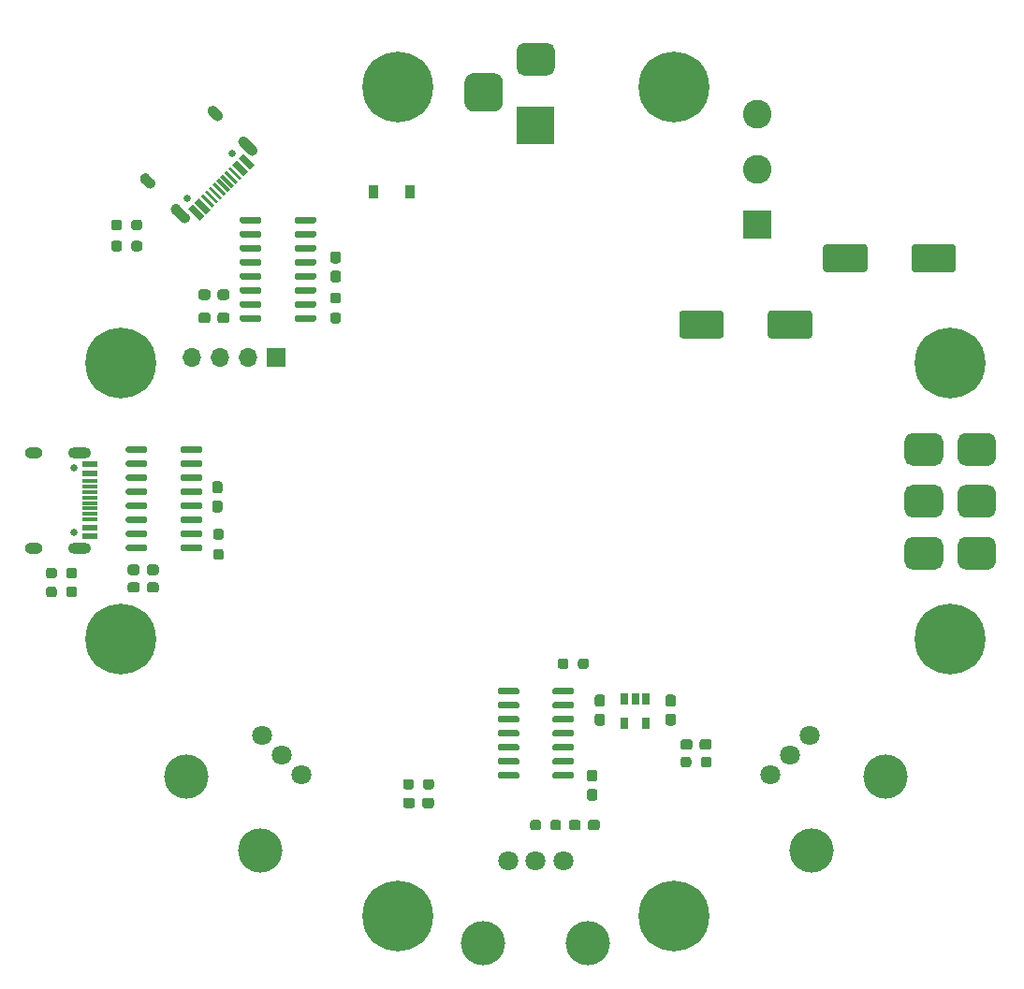
<source format=gbr>
%TF.GenerationSoftware,KiCad,Pcbnew,5.1.9+dfsg1-1+deb11u1*%
%TF.CreationDate,2023-04-08T12:53:26+02:00*%
%TF.ProjectId,base,62617365-2e6b-4696-9361-645f70636258,rev?*%
%TF.SameCoordinates,Original*%
%TF.FileFunction,Soldermask,Top*%
%TF.FilePolarity,Negative*%
%FSLAX46Y46*%
G04 Gerber Fmt 4.6, Leading zero omitted, Abs format (unit mm)*
G04 Created by KiCad (PCBNEW 5.1.9+dfsg1-1+deb11u1) date 2023-04-08 12:53:26*
%MOMM*%
%LPD*%
G01*
G04 APERTURE LIST*
%ADD10C,2.600000*%
%ADD11R,2.600000X2.600000*%
%ADD12R,1.700000X1.700000*%
%ADD13O,1.700000X1.700000*%
%ADD14R,3.500000X3.500000*%
%ADD15C,0.800000*%
%ADD16C,6.400000*%
%ADD17C,4.000000*%
%ADD18C,1.800000*%
%ADD19R,0.900000X1.200000*%
%ADD20C,0.650000*%
%ADD21C,0.100000*%
%ADD22R,0.650000X1.060000*%
%ADD23O,1.600000X1.000000*%
%ADD24O,2.100000X1.000000*%
%ADD25R,1.450000X0.300000*%
%ADD26R,1.450000X0.600000*%
G04 APERTURE END LIST*
D10*
%TO.C,J3*%
X20000000Y35000000D03*
X20000000Y30000000D03*
D11*
X20000000Y25000000D03*
%TD*%
D12*
%TO.C,J5*%
X-23500000Y13000000D03*
D13*
X-26040000Y13000000D03*
X-28580000Y13000000D03*
X-31120000Y13000000D03*
%TD*%
%TO.C,R4*%
G36*
G01*
X-17862500Y16100000D02*
X-18337500Y16100000D01*
G75*
G02*
X-18575000Y16337500I0J237500D01*
G01*
X-18575000Y16837500D01*
G75*
G02*
X-18337500Y17075000I237500J0D01*
G01*
X-17862500Y17075000D01*
G75*
G02*
X-17625000Y16837500I0J-237500D01*
G01*
X-17625000Y16337500D01*
G75*
G02*
X-17862500Y16100000I-237500J0D01*
G01*
G37*
G36*
G01*
X-17862500Y17925000D02*
X-18337500Y17925000D01*
G75*
G02*
X-18575000Y18162500I0J237500D01*
G01*
X-18575000Y18662500D01*
G75*
G02*
X-18337500Y18900000I237500J0D01*
G01*
X-17862500Y18900000D01*
G75*
G02*
X-17625000Y18662500I0J-237500D01*
G01*
X-17625000Y18162500D01*
G75*
G02*
X-17862500Y17925000I-237500J0D01*
G01*
G37*
%TD*%
D14*
%TO.C,J2*%
X0Y34000000D03*
G36*
G01*
X-1000000Y41500000D02*
X1000000Y41500000D01*
G75*
G02*
X1750000Y40750000I0J-750000D01*
G01*
X1750000Y39250000D01*
G75*
G02*
X1000000Y38500000I-750000J0D01*
G01*
X-1000000Y38500000D01*
G75*
G02*
X-1750000Y39250000I0J750000D01*
G01*
X-1750000Y40750000D01*
G75*
G02*
X-1000000Y41500000I750000J0D01*
G01*
G37*
G36*
G01*
X-5575000Y38750000D02*
X-3825000Y38750000D01*
G75*
G02*
X-2950000Y37875000I0J-875000D01*
G01*
X-2950000Y36125000D01*
G75*
G02*
X-3825000Y35250000I-875000J0D01*
G01*
X-5575000Y35250000D01*
G75*
G02*
X-6450000Y36125000I0J875000D01*
G01*
X-6450000Y37875000D01*
G75*
G02*
X-5575000Y38750000I875000J0D01*
G01*
G37*
%TD*%
D15*
%TO.C,REF\u002A\u002A*%
X39197056Y-10802944D03*
X37500000Y-10100000D03*
X35802944Y-10802944D03*
X35100000Y-12500000D03*
X35802944Y-14197056D03*
X37500000Y-14900000D03*
X39197056Y-14197056D03*
X39900000Y-12500000D03*
D16*
X37500000Y-12500000D03*
%TD*%
D15*
%TO.C,REF\u002A\u002A*%
X-10802944Y-35802944D03*
X-12500000Y-35100000D03*
X-14197056Y-35802944D03*
X-14900000Y-37500000D03*
X-14197056Y-39197056D03*
X-12500000Y-39900000D03*
X-10802944Y-39197056D03*
X-10100000Y-37500000D03*
D16*
X-12500000Y-37500000D03*
%TD*%
D15*
%TO.C,REF\u002A\u002A*%
X-10802944Y39197056D03*
X-12500000Y39900000D03*
X-14197056Y39197056D03*
X-14900000Y37500000D03*
X-14197056Y35802944D03*
X-12500000Y35100000D03*
X-10802944Y35802944D03*
X-10100000Y37500000D03*
D16*
X-12500000Y37500000D03*
%TD*%
D15*
%TO.C,REF\u002A\u002A*%
X14197056Y39197056D03*
X12500000Y39900000D03*
X10802944Y39197056D03*
X10100000Y37500000D03*
X10802944Y35802944D03*
X12500000Y35100000D03*
X14197056Y35802944D03*
X14900000Y37500000D03*
D16*
X12500000Y37500000D03*
%TD*%
D15*
%TO.C,REF\u002A\u002A*%
X14197056Y-35802944D03*
X12500000Y-35100000D03*
X10802944Y-35802944D03*
X10100000Y-37500000D03*
X10802944Y-39197056D03*
X12500000Y-39900000D03*
X14197056Y-39197056D03*
X14900000Y-37500000D03*
D16*
X12500000Y-37500000D03*
%TD*%
D15*
%TO.C,REF\u002A\u002A*%
X-35802944Y-10802944D03*
X-37500000Y-10100000D03*
X-39197056Y-10802944D03*
X-39900000Y-12500000D03*
X-39197056Y-14197056D03*
X-37500000Y-14900000D03*
X-35802944Y-14197056D03*
X-35100000Y-12500000D03*
D16*
X-37500000Y-12500000D03*
%TD*%
D15*
%TO.C,REF\u002A\u002A*%
X39197056Y14197056D03*
X37500000Y14900000D03*
X35802944Y14197056D03*
X35100000Y12500000D03*
X35802944Y10802944D03*
X37500000Y10100000D03*
X39197056Y10802944D03*
X39900000Y12500000D03*
D16*
X37500000Y12500000D03*
%TD*%
D15*
%TO.C,REF\u002A\u002A*%
X-35802944Y14197056D03*
X-37500000Y14900000D03*
X-39197056Y14197056D03*
X-39900000Y12500000D03*
X-39197056Y10802944D03*
X-37500000Y10100000D03*
X-35802944Y10802944D03*
X-35100000Y12500000D03*
D16*
X-37500000Y12500000D03*
%TD*%
D17*
%TO.C,RV3*%
X24925514Y-31643028D03*
X31643028Y-24925514D03*
D18*
X21213203Y-24748737D03*
X22980970Y-22980970D03*
X24748737Y-21213203D03*
%TD*%
D17*
%TO.C,RV2*%
X-4750000Y-40000000D03*
X4750000Y-40000000D03*
D18*
X-2500000Y-32500000D03*
X0Y-32500000D03*
X2500000Y-32500000D03*
%TD*%
D17*
%TO.C,RV1*%
X-31643028Y-24925514D03*
X-24925514Y-31643028D03*
D18*
X-24748737Y-21213203D03*
X-22980970Y-22980970D03*
X-21213203Y-24748737D03*
%TD*%
%TO.C,C4*%
G36*
G01*
X12437500Y-18575000D02*
X11962500Y-18575000D01*
G75*
G02*
X11725000Y-18337500I0J237500D01*
G01*
X11725000Y-17737500D01*
G75*
G02*
X11962500Y-17500000I237500J0D01*
G01*
X12437500Y-17500000D01*
G75*
G02*
X12675000Y-17737500I0J-237500D01*
G01*
X12675000Y-18337500D01*
G75*
G02*
X12437500Y-18575000I-237500J0D01*
G01*
G37*
G36*
G01*
X12437500Y-20300000D02*
X11962500Y-20300000D01*
G75*
G02*
X11725000Y-20062500I0J237500D01*
G01*
X11725000Y-19462500D01*
G75*
G02*
X11962500Y-19225000I237500J0D01*
G01*
X12437500Y-19225000D01*
G75*
G02*
X12675000Y-19462500I0J-237500D01*
G01*
X12675000Y-20062500D01*
G75*
G02*
X12437500Y-20300000I-237500J0D01*
G01*
G37*
%TD*%
%TO.C,C5*%
G36*
G01*
X4862500Y-26025000D02*
X5337500Y-26025000D01*
G75*
G02*
X5575000Y-26262500I0J-237500D01*
G01*
X5575000Y-26862500D01*
G75*
G02*
X5337500Y-27100000I-237500J0D01*
G01*
X4862500Y-27100000D01*
G75*
G02*
X4625000Y-26862500I0J237500D01*
G01*
X4625000Y-26262500D01*
G75*
G02*
X4862500Y-26025000I237500J0D01*
G01*
G37*
G36*
G01*
X4862500Y-24300000D02*
X5337500Y-24300000D01*
G75*
G02*
X5575000Y-24537500I0J-237500D01*
G01*
X5575000Y-25137500D01*
G75*
G02*
X5337500Y-25375000I-237500J0D01*
G01*
X4862500Y-25375000D01*
G75*
G02*
X4625000Y-25137500I0J237500D01*
G01*
X4625000Y-24537500D01*
G75*
G02*
X4862500Y-24300000I237500J0D01*
G01*
G37*
%TD*%
%TO.C,C6*%
G36*
G01*
X-27700000Y18937500D02*
X-27700000Y18462500D01*
G75*
G02*
X-27937500Y18225000I-237500J0D01*
G01*
X-28537500Y18225000D01*
G75*
G02*
X-28775000Y18462500I0J237500D01*
G01*
X-28775000Y18937500D01*
G75*
G02*
X-28537500Y19175000I237500J0D01*
G01*
X-27937500Y19175000D01*
G75*
G02*
X-27700000Y18937500I0J-237500D01*
G01*
G37*
G36*
G01*
X-29425000Y18937500D02*
X-29425000Y18462500D01*
G75*
G02*
X-29662500Y18225000I-237500J0D01*
G01*
X-30262500Y18225000D01*
G75*
G02*
X-30500000Y18462500I0J237500D01*
G01*
X-30500000Y18937500D01*
G75*
G02*
X-30262500Y19175000I237500J0D01*
G01*
X-29662500Y19175000D01*
G75*
G02*
X-29425000Y18937500I0J-237500D01*
G01*
G37*
%TD*%
%TO.C,C7*%
G36*
G01*
X-29425000Y16837500D02*
X-29425000Y16362500D01*
G75*
G02*
X-29662500Y16125000I-237500J0D01*
G01*
X-30262500Y16125000D01*
G75*
G02*
X-30500000Y16362500I0J237500D01*
G01*
X-30500000Y16837500D01*
G75*
G02*
X-30262500Y17075000I237500J0D01*
G01*
X-29662500Y17075000D01*
G75*
G02*
X-29425000Y16837500I0J-237500D01*
G01*
G37*
G36*
G01*
X-27700000Y16837500D02*
X-27700000Y16362500D01*
G75*
G02*
X-27937500Y16125000I-237500J0D01*
G01*
X-28537500Y16125000D01*
G75*
G02*
X-28775000Y16362500I0J237500D01*
G01*
X-28775000Y16837500D01*
G75*
G02*
X-28537500Y17075000I237500J0D01*
G01*
X-27937500Y17075000D01*
G75*
G02*
X-27700000Y16837500I0J-237500D01*
G01*
G37*
%TD*%
%TO.C,C8*%
G36*
G01*
X-17862500Y19800000D02*
X-18337500Y19800000D01*
G75*
G02*
X-18575000Y20037500I0J237500D01*
G01*
X-18575000Y20637500D01*
G75*
G02*
X-18337500Y20875000I237500J0D01*
G01*
X-17862500Y20875000D01*
G75*
G02*
X-17625000Y20637500I0J-237500D01*
G01*
X-17625000Y20037500D01*
G75*
G02*
X-17862500Y19800000I-237500J0D01*
G01*
G37*
G36*
G01*
X-17862500Y21525000D02*
X-18337500Y21525000D01*
G75*
G02*
X-18575000Y21762500I0J237500D01*
G01*
X-18575000Y22362500D01*
G75*
G02*
X-18337500Y22600000I237500J0D01*
G01*
X-17862500Y22600000D01*
G75*
G02*
X-17625000Y22362500I0J-237500D01*
G01*
X-17625000Y21762500D01*
G75*
G02*
X-17862500Y21525000I-237500J0D01*
G01*
G37*
%TD*%
%TO.C,C9*%
G36*
G01*
X-9200000Y-27062500D02*
X-9200000Y-27537500D01*
G75*
G02*
X-9437500Y-27775000I-237500J0D01*
G01*
X-10037500Y-27775000D01*
G75*
G02*
X-10275000Y-27537500I0J237500D01*
G01*
X-10275000Y-27062500D01*
G75*
G02*
X-10037500Y-26825000I237500J0D01*
G01*
X-9437500Y-26825000D01*
G75*
G02*
X-9200000Y-27062500I0J-237500D01*
G01*
G37*
G36*
G01*
X-10925000Y-27062500D02*
X-10925000Y-27537500D01*
G75*
G02*
X-11162500Y-27775000I-237500J0D01*
G01*
X-11762500Y-27775000D01*
G75*
G02*
X-12000000Y-27537500I0J237500D01*
G01*
X-12000000Y-27062500D01*
G75*
G02*
X-11762500Y-26825000I237500J0D01*
G01*
X-11162500Y-26825000D01*
G75*
G02*
X-10925000Y-27062500I0J-237500D01*
G01*
G37*
%TD*%
%TO.C,C10*%
G36*
G01*
X4725000Y-29537500D02*
X4725000Y-29062500D01*
G75*
G02*
X4962500Y-28825000I237500J0D01*
G01*
X5562500Y-28825000D01*
G75*
G02*
X5800000Y-29062500I0J-237500D01*
G01*
X5800000Y-29537500D01*
G75*
G02*
X5562500Y-29775000I-237500J0D01*
G01*
X4962500Y-29775000D01*
G75*
G02*
X4725000Y-29537500I0J237500D01*
G01*
G37*
G36*
G01*
X3000000Y-29537500D02*
X3000000Y-29062500D01*
G75*
G02*
X3237500Y-28825000I237500J0D01*
G01*
X3837500Y-28825000D01*
G75*
G02*
X4075000Y-29062500I0J-237500D01*
G01*
X4075000Y-29537500D01*
G75*
G02*
X3837500Y-29775000I-237500J0D01*
G01*
X3237500Y-29775000D01*
G75*
G02*
X3000000Y-29537500I0J237500D01*
G01*
G37*
%TD*%
%TO.C,C11*%
G36*
G01*
X13100000Y-22237500D02*
X13100000Y-21762500D01*
G75*
G02*
X13337500Y-21525000I237500J0D01*
G01*
X13937500Y-21525000D01*
G75*
G02*
X14175000Y-21762500I0J-237500D01*
G01*
X14175000Y-22237500D01*
G75*
G02*
X13937500Y-22475000I-237500J0D01*
G01*
X13337500Y-22475000D01*
G75*
G02*
X13100000Y-22237500I0J237500D01*
G01*
G37*
G36*
G01*
X14825000Y-22237500D02*
X14825000Y-21762500D01*
G75*
G02*
X15062500Y-21525000I237500J0D01*
G01*
X15662500Y-21525000D01*
G75*
G02*
X15900000Y-21762500I0J-237500D01*
G01*
X15900000Y-22237500D01*
G75*
G02*
X15662500Y-22475000I-237500J0D01*
G01*
X15062500Y-22475000D01*
G75*
G02*
X14825000Y-22237500I0J237500D01*
G01*
G37*
%TD*%
D19*
%TO.C,D1*%
X-11350000Y28000000D03*
X-14650000Y28000000D03*
%TD*%
%TO.C,J1*%
G36*
G01*
X-34955742Y29553446D02*
X-34531478Y29129182D01*
G75*
G02*
X-34531478Y28422076I-353553J-353553D01*
G01*
X-34531478Y28422076D01*
G75*
G02*
X-35238584Y28422076I-353553J353553D01*
G01*
X-35662848Y28846340D01*
G75*
G02*
X-35662848Y29553446I353553J353553D01*
G01*
X-35662848Y29553446D01*
G75*
G02*
X-34955742Y29553446I353553J-353553D01*
G01*
G37*
D20*
X-31505061Y27417984D03*
G36*
G01*
X-28846340Y35662848D02*
X-28422076Y35238584D01*
G75*
G02*
X-28422076Y34531478I-353553J-353553D01*
G01*
X-28422076Y34531478D01*
G75*
G02*
X-29129182Y34531478I-353553J353553D01*
G01*
X-29553446Y34955742D01*
G75*
G02*
X-29553446Y35662848I353553J353553D01*
G01*
X-29553446Y35662848D01*
G75*
G02*
X-28846340Y35662848I353553J-353553D01*
G01*
G37*
X-27417984Y31505061D03*
G36*
G01*
X-26067410Y32883919D02*
X-25289592Y32106101D01*
G75*
G02*
X-25289592Y31398995I-353553J-353553D01*
G01*
X-25289592Y31398995D01*
G75*
G02*
X-25996698Y31398995I-353553J353553D01*
G01*
X-26774516Y32176813D01*
G75*
G02*
X-26774516Y32883919I353553J353553D01*
G01*
X-26774516Y32883919D01*
G75*
G02*
X-26067410Y32883919I353553J-353553D01*
G01*
G37*
G36*
G01*
X-32176813Y26774516D02*
X-31398995Y25996698D01*
G75*
G02*
X-31398995Y25289592I-353553J-353553D01*
G01*
X-31398995Y25289592D01*
G75*
G02*
X-32106101Y25289592I-353553J353553D01*
G01*
X-32883919Y26067410D01*
G75*
G02*
X-32883919Y26774516I353553J353553D01*
G01*
X-32883919Y26774516D01*
G75*
G02*
X-32176813Y26774516I353553J-353553D01*
G01*
G37*
D21*
G36*
X-28669562Y29235248D02*
G01*
X-27644258Y28209944D01*
X-27856390Y27997812D01*
X-28881694Y29023116D01*
X-28669562Y29235248D01*
G37*
G36*
X-30083776Y27821034D02*
G01*
X-29058472Y26795730D01*
X-29270604Y26583598D01*
X-30295908Y27608902D01*
X-30083776Y27821034D01*
G37*
G36*
X-29730223Y28174588D02*
G01*
X-28704919Y27149284D01*
X-28917051Y26937152D01*
X-29942355Y27962456D01*
X-29730223Y28174588D01*
G37*
G36*
X-29376669Y28528141D02*
G01*
X-28351365Y27502837D01*
X-28563497Y27290705D01*
X-29588801Y28316009D01*
X-29376669Y28528141D01*
G37*
G36*
X-29023116Y28881694D02*
G01*
X-27997812Y27856390D01*
X-28209944Y27644258D01*
X-29235248Y28669562D01*
X-29023116Y28881694D01*
G37*
G36*
X-28316009Y29588801D02*
G01*
X-27290705Y28563497D01*
X-27502837Y28351365D01*
X-28528141Y29376669D01*
X-28316009Y29588801D01*
G37*
G36*
X-27962456Y29942355D02*
G01*
X-26937152Y28917051D01*
X-27149284Y28704919D01*
X-28174588Y29730223D01*
X-27962456Y29942355D01*
G37*
G36*
X-27608902Y30295908D02*
G01*
X-26583598Y29270604D01*
X-26795730Y29058472D01*
X-27821034Y30083776D01*
X-27608902Y30295908D01*
G37*
G36*
X-31038370Y26866440D02*
G01*
X-30013066Y25841136D01*
X-30437330Y25416872D01*
X-31462634Y26442176D01*
X-31038370Y26866440D01*
G37*
G36*
X-30472685Y27432125D02*
G01*
X-29447381Y26406821D01*
X-29871645Y25982557D01*
X-30896949Y27007861D01*
X-30472685Y27432125D01*
G37*
G36*
X-27007861Y30896949D02*
G01*
X-25982557Y29871645D01*
X-26406821Y29447381D01*
X-27432125Y30472685D01*
X-27007861Y30896949D01*
G37*
G36*
X-26442176Y31462634D02*
G01*
X-25416872Y30437330D01*
X-25841136Y30013066D01*
X-26866440Y31038370D01*
X-26442176Y31462634D01*
G37*
G36*
X-26442176Y31462634D02*
G01*
X-25416872Y30437330D01*
X-25841136Y30013066D01*
X-26866440Y31038370D01*
X-26442176Y31462634D01*
G37*
G36*
X-27007861Y30896949D02*
G01*
X-25982557Y29871645D01*
X-26406821Y29447381D01*
X-27432125Y30472685D01*
X-27007861Y30896949D01*
G37*
G36*
X-30472685Y27432125D02*
G01*
X-29447381Y26406821D01*
X-29871645Y25982557D01*
X-30896949Y27007861D01*
X-30472685Y27432125D01*
G37*
G36*
X-31038370Y26866440D02*
G01*
X-30013066Y25841136D01*
X-30437330Y25416872D01*
X-31462634Y26442176D01*
X-31038370Y26866440D01*
G37*
%TD*%
%TO.C,R1*%
G36*
G01*
X-11025000Y-25362500D02*
X-11025000Y-25837500D01*
G75*
G02*
X-11262500Y-26075000I-237500J0D01*
G01*
X-11762500Y-26075000D01*
G75*
G02*
X-12000000Y-25837500I0J237500D01*
G01*
X-12000000Y-25362500D01*
G75*
G02*
X-11762500Y-25125000I237500J0D01*
G01*
X-11262500Y-25125000D01*
G75*
G02*
X-11025000Y-25362500I0J-237500D01*
G01*
G37*
G36*
G01*
X-9200000Y-25362500D02*
X-9200000Y-25837500D01*
G75*
G02*
X-9437500Y-26075000I-237500J0D01*
G01*
X-9937500Y-26075000D01*
G75*
G02*
X-10175000Y-25837500I0J237500D01*
G01*
X-10175000Y-25362500D01*
G75*
G02*
X-9937500Y-25125000I237500J0D01*
G01*
X-9437500Y-25125000D01*
G75*
G02*
X-9200000Y-25362500I0J-237500D01*
G01*
G37*
%TD*%
%TO.C,R2*%
G36*
G01*
X2300000Y-29062500D02*
X2300000Y-29537500D01*
G75*
G02*
X2062500Y-29775000I-237500J0D01*
G01*
X1562500Y-29775000D01*
G75*
G02*
X1325000Y-29537500I0J237500D01*
G01*
X1325000Y-29062500D01*
G75*
G02*
X1562500Y-28825000I237500J0D01*
G01*
X2062500Y-28825000D01*
G75*
G02*
X2300000Y-29062500I0J-237500D01*
G01*
G37*
G36*
G01*
X475000Y-29062500D02*
X475000Y-29537500D01*
G75*
G02*
X237500Y-29775000I-237500J0D01*
G01*
X-262500Y-29775000D01*
G75*
G02*
X-500000Y-29537500I0J237500D01*
G01*
X-500000Y-29062500D01*
G75*
G02*
X-262500Y-28825000I237500J0D01*
G01*
X237500Y-28825000D01*
G75*
G02*
X475000Y-29062500I0J-237500D01*
G01*
G37*
%TD*%
%TO.C,R3*%
G36*
G01*
X14925000Y-23837500D02*
X14925000Y-23362500D01*
G75*
G02*
X15162500Y-23125000I237500J0D01*
G01*
X15662500Y-23125000D01*
G75*
G02*
X15900000Y-23362500I0J-237500D01*
G01*
X15900000Y-23837500D01*
G75*
G02*
X15662500Y-24075000I-237500J0D01*
G01*
X15162500Y-24075000D01*
G75*
G02*
X14925000Y-23837500I0J237500D01*
G01*
G37*
G36*
G01*
X13100000Y-23837500D02*
X13100000Y-23362500D01*
G75*
G02*
X13337500Y-23125000I237500J0D01*
G01*
X13837500Y-23125000D01*
G75*
G02*
X14075000Y-23362500I0J-237500D01*
G01*
X14075000Y-23837500D01*
G75*
G02*
X13837500Y-24075000I-237500J0D01*
G01*
X13337500Y-24075000D01*
G75*
G02*
X13100000Y-23837500I0J237500D01*
G01*
G37*
%TD*%
%TO.C,R5*%
G36*
G01*
X-36575000Y24762500D02*
X-36575000Y25237500D01*
G75*
G02*
X-36337500Y25475000I237500J0D01*
G01*
X-35837500Y25475000D01*
G75*
G02*
X-35600000Y25237500I0J-237500D01*
G01*
X-35600000Y24762500D01*
G75*
G02*
X-35837500Y24525000I-237500J0D01*
G01*
X-36337500Y24525000D01*
G75*
G02*
X-36575000Y24762500I0J237500D01*
G01*
G37*
G36*
G01*
X-38400000Y24762500D02*
X-38400000Y25237500D01*
G75*
G02*
X-38162500Y25475000I237500J0D01*
G01*
X-37662500Y25475000D01*
G75*
G02*
X-37425000Y25237500I0J-237500D01*
G01*
X-37425000Y24762500D01*
G75*
G02*
X-37662500Y24525000I-237500J0D01*
G01*
X-38162500Y24525000D01*
G75*
G02*
X-38400000Y24762500I0J237500D01*
G01*
G37*
%TD*%
%TO.C,R6*%
G36*
G01*
X-38400000Y22862500D02*
X-38400000Y23337500D01*
G75*
G02*
X-38162500Y23575000I237500J0D01*
G01*
X-37662500Y23575000D01*
G75*
G02*
X-37425000Y23337500I0J-237500D01*
G01*
X-37425000Y22862500D01*
G75*
G02*
X-37662500Y22625000I-237500J0D01*
G01*
X-38162500Y22625000D01*
G75*
G02*
X-38400000Y22862500I0J237500D01*
G01*
G37*
G36*
G01*
X-36575000Y22862500D02*
X-36575000Y23337500D01*
G75*
G02*
X-36337500Y23575000I237500J0D01*
G01*
X-35837500Y23575000D01*
G75*
G02*
X-35600000Y23337500I0J-237500D01*
G01*
X-35600000Y22862500D01*
G75*
G02*
X-35837500Y22625000I-237500J0D01*
G01*
X-36337500Y22625000D01*
G75*
G02*
X-36575000Y22862500I0J237500D01*
G01*
G37*
%TD*%
%TO.C,R7*%
G36*
G01*
X3825000Y-14937500D02*
X3825000Y-14462500D01*
G75*
G02*
X4062500Y-14225000I237500J0D01*
G01*
X4562500Y-14225000D01*
G75*
G02*
X4800000Y-14462500I0J-237500D01*
G01*
X4800000Y-14937500D01*
G75*
G02*
X4562500Y-15175000I-237500J0D01*
G01*
X4062500Y-15175000D01*
G75*
G02*
X3825000Y-14937500I0J237500D01*
G01*
G37*
G36*
G01*
X2000000Y-14937500D02*
X2000000Y-14462500D01*
G75*
G02*
X2237500Y-14225000I237500J0D01*
G01*
X2737500Y-14225000D01*
G75*
G02*
X2975000Y-14462500I0J-237500D01*
G01*
X2975000Y-14937500D01*
G75*
G02*
X2737500Y-15175000I-237500J0D01*
G01*
X2237500Y-15175000D01*
G75*
G02*
X2000000Y-14937500I0J237500D01*
G01*
G37*
%TD*%
%TO.C,R8*%
G36*
G01*
X-28937500Y-2500000D02*
X-28462500Y-2500000D01*
G75*
G02*
X-28225000Y-2737500I0J-237500D01*
G01*
X-28225000Y-3237500D01*
G75*
G02*
X-28462500Y-3475000I-237500J0D01*
G01*
X-28937500Y-3475000D01*
G75*
G02*
X-29175000Y-3237500I0J237500D01*
G01*
X-29175000Y-2737500D01*
G75*
G02*
X-28937500Y-2500000I237500J0D01*
G01*
G37*
G36*
G01*
X-28937500Y-4325000D02*
X-28462500Y-4325000D01*
G75*
G02*
X-28225000Y-4562500I0J-237500D01*
G01*
X-28225000Y-5062500D01*
G75*
G02*
X-28462500Y-5300000I-237500J0D01*
G01*
X-28937500Y-5300000D01*
G75*
G02*
X-29175000Y-5062500I0J237500D01*
G01*
X-29175000Y-4562500D01*
G75*
G02*
X-28937500Y-4325000I237500J0D01*
G01*
G37*
%TD*%
D22*
%TO.C,U1*%
X9950000Y-17900000D03*
X9000000Y-17900000D03*
X8050000Y-17900000D03*
X8050000Y-20100000D03*
X9950000Y-20100000D03*
%TD*%
%TO.C,U2*%
G36*
G01*
X3450000Y-24660000D02*
X3450000Y-24960000D01*
G75*
G02*
X3300000Y-25110000I-150000J0D01*
G01*
X1650000Y-25110000D01*
G75*
G02*
X1500000Y-24960000I0J150000D01*
G01*
X1500000Y-24660000D01*
G75*
G02*
X1650000Y-24510000I150000J0D01*
G01*
X3300000Y-24510000D01*
G75*
G02*
X3450000Y-24660000I0J-150000D01*
G01*
G37*
G36*
G01*
X3450000Y-23390000D02*
X3450000Y-23690000D01*
G75*
G02*
X3300000Y-23840000I-150000J0D01*
G01*
X1650000Y-23840000D01*
G75*
G02*
X1500000Y-23690000I0J150000D01*
G01*
X1500000Y-23390000D01*
G75*
G02*
X1650000Y-23240000I150000J0D01*
G01*
X3300000Y-23240000D01*
G75*
G02*
X3450000Y-23390000I0J-150000D01*
G01*
G37*
G36*
G01*
X3450000Y-22120000D02*
X3450000Y-22420000D01*
G75*
G02*
X3300000Y-22570000I-150000J0D01*
G01*
X1650000Y-22570000D01*
G75*
G02*
X1500000Y-22420000I0J150000D01*
G01*
X1500000Y-22120000D01*
G75*
G02*
X1650000Y-21970000I150000J0D01*
G01*
X3300000Y-21970000D01*
G75*
G02*
X3450000Y-22120000I0J-150000D01*
G01*
G37*
G36*
G01*
X3450000Y-20850000D02*
X3450000Y-21150000D01*
G75*
G02*
X3300000Y-21300000I-150000J0D01*
G01*
X1650000Y-21300000D01*
G75*
G02*
X1500000Y-21150000I0J150000D01*
G01*
X1500000Y-20850000D01*
G75*
G02*
X1650000Y-20700000I150000J0D01*
G01*
X3300000Y-20700000D01*
G75*
G02*
X3450000Y-20850000I0J-150000D01*
G01*
G37*
G36*
G01*
X3450000Y-19580000D02*
X3450000Y-19880000D01*
G75*
G02*
X3300000Y-20030000I-150000J0D01*
G01*
X1650000Y-20030000D01*
G75*
G02*
X1500000Y-19880000I0J150000D01*
G01*
X1500000Y-19580000D01*
G75*
G02*
X1650000Y-19430000I150000J0D01*
G01*
X3300000Y-19430000D01*
G75*
G02*
X3450000Y-19580000I0J-150000D01*
G01*
G37*
G36*
G01*
X3450000Y-18310000D02*
X3450000Y-18610000D01*
G75*
G02*
X3300000Y-18760000I-150000J0D01*
G01*
X1650000Y-18760000D01*
G75*
G02*
X1500000Y-18610000I0J150000D01*
G01*
X1500000Y-18310000D01*
G75*
G02*
X1650000Y-18160000I150000J0D01*
G01*
X3300000Y-18160000D01*
G75*
G02*
X3450000Y-18310000I0J-150000D01*
G01*
G37*
G36*
G01*
X3450000Y-17040000D02*
X3450000Y-17340000D01*
G75*
G02*
X3300000Y-17490000I-150000J0D01*
G01*
X1650000Y-17490000D01*
G75*
G02*
X1500000Y-17340000I0J150000D01*
G01*
X1500000Y-17040000D01*
G75*
G02*
X1650000Y-16890000I150000J0D01*
G01*
X3300000Y-16890000D01*
G75*
G02*
X3450000Y-17040000I0J-150000D01*
G01*
G37*
G36*
G01*
X-1500000Y-17040000D02*
X-1500000Y-17340000D01*
G75*
G02*
X-1650000Y-17490000I-150000J0D01*
G01*
X-3300000Y-17490000D01*
G75*
G02*
X-3450000Y-17340000I0J150000D01*
G01*
X-3450000Y-17040000D01*
G75*
G02*
X-3300000Y-16890000I150000J0D01*
G01*
X-1650000Y-16890000D01*
G75*
G02*
X-1500000Y-17040000I0J-150000D01*
G01*
G37*
G36*
G01*
X-1500000Y-18310000D02*
X-1500000Y-18610000D01*
G75*
G02*
X-1650000Y-18760000I-150000J0D01*
G01*
X-3300000Y-18760000D01*
G75*
G02*
X-3450000Y-18610000I0J150000D01*
G01*
X-3450000Y-18310000D01*
G75*
G02*
X-3300000Y-18160000I150000J0D01*
G01*
X-1650000Y-18160000D01*
G75*
G02*
X-1500000Y-18310000I0J-150000D01*
G01*
G37*
G36*
G01*
X-1500000Y-19580000D02*
X-1500000Y-19880000D01*
G75*
G02*
X-1650000Y-20030000I-150000J0D01*
G01*
X-3300000Y-20030000D01*
G75*
G02*
X-3450000Y-19880000I0J150000D01*
G01*
X-3450000Y-19580000D01*
G75*
G02*
X-3300000Y-19430000I150000J0D01*
G01*
X-1650000Y-19430000D01*
G75*
G02*
X-1500000Y-19580000I0J-150000D01*
G01*
G37*
G36*
G01*
X-1500000Y-20850000D02*
X-1500000Y-21150000D01*
G75*
G02*
X-1650000Y-21300000I-150000J0D01*
G01*
X-3300000Y-21300000D01*
G75*
G02*
X-3450000Y-21150000I0J150000D01*
G01*
X-3450000Y-20850000D01*
G75*
G02*
X-3300000Y-20700000I150000J0D01*
G01*
X-1650000Y-20700000D01*
G75*
G02*
X-1500000Y-20850000I0J-150000D01*
G01*
G37*
G36*
G01*
X-1500000Y-22120000D02*
X-1500000Y-22420000D01*
G75*
G02*
X-1650000Y-22570000I-150000J0D01*
G01*
X-3300000Y-22570000D01*
G75*
G02*
X-3450000Y-22420000I0J150000D01*
G01*
X-3450000Y-22120000D01*
G75*
G02*
X-3300000Y-21970000I150000J0D01*
G01*
X-1650000Y-21970000D01*
G75*
G02*
X-1500000Y-22120000I0J-150000D01*
G01*
G37*
G36*
G01*
X-1500000Y-23390000D02*
X-1500000Y-23690000D01*
G75*
G02*
X-1650000Y-23840000I-150000J0D01*
G01*
X-3300000Y-23840000D01*
G75*
G02*
X-3450000Y-23690000I0J150000D01*
G01*
X-3450000Y-23390000D01*
G75*
G02*
X-3300000Y-23240000I150000J0D01*
G01*
X-1650000Y-23240000D01*
G75*
G02*
X-1500000Y-23390000I0J-150000D01*
G01*
G37*
G36*
G01*
X-1500000Y-24660000D02*
X-1500000Y-24960000D01*
G75*
G02*
X-1650000Y-25110000I-150000J0D01*
G01*
X-3300000Y-25110000D01*
G75*
G02*
X-3450000Y-24960000I0J150000D01*
G01*
X-3450000Y-24660000D01*
G75*
G02*
X-3300000Y-24510000I150000J0D01*
G01*
X-1650000Y-24510000D01*
G75*
G02*
X-1500000Y-24660000I0J-150000D01*
G01*
G37*
%TD*%
%TO.C,U3*%
G36*
G01*
X-19850000Y16705000D02*
X-19850000Y16405000D01*
G75*
G02*
X-20000000Y16255000I-150000J0D01*
G01*
X-21650000Y16255000D01*
G75*
G02*
X-21800000Y16405000I0J150000D01*
G01*
X-21800000Y16705000D01*
G75*
G02*
X-21650000Y16855000I150000J0D01*
G01*
X-20000000Y16855000D01*
G75*
G02*
X-19850000Y16705000I0J-150000D01*
G01*
G37*
G36*
G01*
X-19850000Y17975000D02*
X-19850000Y17675000D01*
G75*
G02*
X-20000000Y17525000I-150000J0D01*
G01*
X-21650000Y17525000D01*
G75*
G02*
X-21800000Y17675000I0J150000D01*
G01*
X-21800000Y17975000D01*
G75*
G02*
X-21650000Y18125000I150000J0D01*
G01*
X-20000000Y18125000D01*
G75*
G02*
X-19850000Y17975000I0J-150000D01*
G01*
G37*
G36*
G01*
X-19850000Y19245000D02*
X-19850000Y18945000D01*
G75*
G02*
X-20000000Y18795000I-150000J0D01*
G01*
X-21650000Y18795000D01*
G75*
G02*
X-21800000Y18945000I0J150000D01*
G01*
X-21800000Y19245000D01*
G75*
G02*
X-21650000Y19395000I150000J0D01*
G01*
X-20000000Y19395000D01*
G75*
G02*
X-19850000Y19245000I0J-150000D01*
G01*
G37*
G36*
G01*
X-19850000Y20515000D02*
X-19850000Y20215000D01*
G75*
G02*
X-20000000Y20065000I-150000J0D01*
G01*
X-21650000Y20065000D01*
G75*
G02*
X-21800000Y20215000I0J150000D01*
G01*
X-21800000Y20515000D01*
G75*
G02*
X-21650000Y20665000I150000J0D01*
G01*
X-20000000Y20665000D01*
G75*
G02*
X-19850000Y20515000I0J-150000D01*
G01*
G37*
G36*
G01*
X-19850000Y21785000D02*
X-19850000Y21485000D01*
G75*
G02*
X-20000000Y21335000I-150000J0D01*
G01*
X-21650000Y21335000D01*
G75*
G02*
X-21800000Y21485000I0J150000D01*
G01*
X-21800000Y21785000D01*
G75*
G02*
X-21650000Y21935000I150000J0D01*
G01*
X-20000000Y21935000D01*
G75*
G02*
X-19850000Y21785000I0J-150000D01*
G01*
G37*
G36*
G01*
X-19850000Y23055000D02*
X-19850000Y22755000D01*
G75*
G02*
X-20000000Y22605000I-150000J0D01*
G01*
X-21650000Y22605000D01*
G75*
G02*
X-21800000Y22755000I0J150000D01*
G01*
X-21800000Y23055000D01*
G75*
G02*
X-21650000Y23205000I150000J0D01*
G01*
X-20000000Y23205000D01*
G75*
G02*
X-19850000Y23055000I0J-150000D01*
G01*
G37*
G36*
G01*
X-19850000Y24325000D02*
X-19850000Y24025000D01*
G75*
G02*
X-20000000Y23875000I-150000J0D01*
G01*
X-21650000Y23875000D01*
G75*
G02*
X-21800000Y24025000I0J150000D01*
G01*
X-21800000Y24325000D01*
G75*
G02*
X-21650000Y24475000I150000J0D01*
G01*
X-20000000Y24475000D01*
G75*
G02*
X-19850000Y24325000I0J-150000D01*
G01*
G37*
G36*
G01*
X-19850000Y25595000D02*
X-19850000Y25295000D01*
G75*
G02*
X-20000000Y25145000I-150000J0D01*
G01*
X-21650000Y25145000D01*
G75*
G02*
X-21800000Y25295000I0J150000D01*
G01*
X-21800000Y25595000D01*
G75*
G02*
X-21650000Y25745000I150000J0D01*
G01*
X-20000000Y25745000D01*
G75*
G02*
X-19850000Y25595000I0J-150000D01*
G01*
G37*
G36*
G01*
X-24800000Y25595000D02*
X-24800000Y25295000D01*
G75*
G02*
X-24950000Y25145000I-150000J0D01*
G01*
X-26600000Y25145000D01*
G75*
G02*
X-26750000Y25295000I0J150000D01*
G01*
X-26750000Y25595000D01*
G75*
G02*
X-26600000Y25745000I150000J0D01*
G01*
X-24950000Y25745000D01*
G75*
G02*
X-24800000Y25595000I0J-150000D01*
G01*
G37*
G36*
G01*
X-24800000Y24325000D02*
X-24800000Y24025000D01*
G75*
G02*
X-24950000Y23875000I-150000J0D01*
G01*
X-26600000Y23875000D01*
G75*
G02*
X-26750000Y24025000I0J150000D01*
G01*
X-26750000Y24325000D01*
G75*
G02*
X-26600000Y24475000I150000J0D01*
G01*
X-24950000Y24475000D01*
G75*
G02*
X-24800000Y24325000I0J-150000D01*
G01*
G37*
G36*
G01*
X-24800000Y23055000D02*
X-24800000Y22755000D01*
G75*
G02*
X-24950000Y22605000I-150000J0D01*
G01*
X-26600000Y22605000D01*
G75*
G02*
X-26750000Y22755000I0J150000D01*
G01*
X-26750000Y23055000D01*
G75*
G02*
X-26600000Y23205000I150000J0D01*
G01*
X-24950000Y23205000D01*
G75*
G02*
X-24800000Y23055000I0J-150000D01*
G01*
G37*
G36*
G01*
X-24800000Y21785000D02*
X-24800000Y21485000D01*
G75*
G02*
X-24950000Y21335000I-150000J0D01*
G01*
X-26600000Y21335000D01*
G75*
G02*
X-26750000Y21485000I0J150000D01*
G01*
X-26750000Y21785000D01*
G75*
G02*
X-26600000Y21935000I150000J0D01*
G01*
X-24950000Y21935000D01*
G75*
G02*
X-24800000Y21785000I0J-150000D01*
G01*
G37*
G36*
G01*
X-24800000Y20515000D02*
X-24800000Y20215000D01*
G75*
G02*
X-24950000Y20065000I-150000J0D01*
G01*
X-26600000Y20065000D01*
G75*
G02*
X-26750000Y20215000I0J150000D01*
G01*
X-26750000Y20515000D01*
G75*
G02*
X-26600000Y20665000I150000J0D01*
G01*
X-24950000Y20665000D01*
G75*
G02*
X-24800000Y20515000I0J-150000D01*
G01*
G37*
G36*
G01*
X-24800000Y19245000D02*
X-24800000Y18945000D01*
G75*
G02*
X-24950000Y18795000I-150000J0D01*
G01*
X-26600000Y18795000D01*
G75*
G02*
X-26750000Y18945000I0J150000D01*
G01*
X-26750000Y19245000D01*
G75*
G02*
X-26600000Y19395000I150000J0D01*
G01*
X-24950000Y19395000D01*
G75*
G02*
X-24800000Y19245000I0J-150000D01*
G01*
G37*
G36*
G01*
X-24800000Y17975000D02*
X-24800000Y17675000D01*
G75*
G02*
X-24950000Y17525000I-150000J0D01*
G01*
X-26600000Y17525000D01*
G75*
G02*
X-26750000Y17675000I0J150000D01*
G01*
X-26750000Y17975000D01*
G75*
G02*
X-26600000Y18125000I150000J0D01*
G01*
X-24950000Y18125000D01*
G75*
G02*
X-24800000Y17975000I0J-150000D01*
G01*
G37*
G36*
G01*
X-24800000Y16705000D02*
X-24800000Y16405000D01*
G75*
G02*
X-24950000Y16255000I-150000J0D01*
G01*
X-26600000Y16255000D01*
G75*
G02*
X-26750000Y16405000I0J150000D01*
G01*
X-26750000Y16705000D01*
G75*
G02*
X-26600000Y16855000I150000J0D01*
G01*
X-24950000Y16855000D01*
G75*
G02*
X-24800000Y16705000I0J-150000D01*
G01*
G37*
%TD*%
%TO.C,SW1*%
G36*
G01*
X38900000Y-3200000D02*
X40900000Y-3200000D01*
G75*
G02*
X41650000Y-3950000I0J-750000D01*
G01*
X41650000Y-5450000D01*
G75*
G02*
X40900000Y-6200000I-750000J0D01*
G01*
X38900000Y-6200000D01*
G75*
G02*
X38150000Y-5450000I0J750000D01*
G01*
X38150000Y-3950000D01*
G75*
G02*
X38900000Y-3200000I750000J0D01*
G01*
G37*
G36*
G01*
X38900000Y1500000D02*
X40900000Y1500000D01*
G75*
G02*
X41650000Y750000I0J-750000D01*
G01*
X41650000Y-750000D01*
G75*
G02*
X40900000Y-1500000I-750000J0D01*
G01*
X38900000Y-1500000D01*
G75*
G02*
X38150000Y-750000I0J750000D01*
G01*
X38150000Y750000D01*
G75*
G02*
X38900000Y1500000I750000J0D01*
G01*
G37*
G36*
G01*
X38900000Y6200000D02*
X40900000Y6200000D01*
G75*
G02*
X41650000Y5450000I0J-750000D01*
G01*
X41650000Y3950000D01*
G75*
G02*
X40900000Y3200000I-750000J0D01*
G01*
X38900000Y3200000D01*
G75*
G02*
X38150000Y3950000I0J750000D01*
G01*
X38150000Y5450000D01*
G75*
G02*
X38900000Y6200000I750000J0D01*
G01*
G37*
G36*
G01*
X34100000Y-3200000D02*
X36100000Y-3200000D01*
G75*
G02*
X36850000Y-3950000I0J-750000D01*
G01*
X36850000Y-5450000D01*
G75*
G02*
X36100000Y-6200000I-750000J0D01*
G01*
X34100000Y-6200000D01*
G75*
G02*
X33350000Y-5450000I0J750000D01*
G01*
X33350000Y-3950000D01*
G75*
G02*
X34100000Y-3200000I750000J0D01*
G01*
G37*
G36*
G01*
X34100000Y1500000D02*
X36100000Y1500000D01*
G75*
G02*
X36850000Y750000I0J-750000D01*
G01*
X36850000Y-750000D01*
G75*
G02*
X36100000Y-1500000I-750000J0D01*
G01*
X34100000Y-1500000D01*
G75*
G02*
X33350000Y-750000I0J750000D01*
G01*
X33350000Y750000D01*
G75*
G02*
X34100000Y1500000I750000J0D01*
G01*
G37*
G36*
G01*
X34100000Y6200000D02*
X36100000Y6200000D01*
G75*
G02*
X36850000Y5450000I0J-750000D01*
G01*
X36850000Y3950000D01*
G75*
G02*
X36100000Y3200000I-750000J0D01*
G01*
X34100000Y3200000D01*
G75*
G02*
X33350000Y3950000I0J750000D01*
G01*
X33350000Y5450000D01*
G75*
G02*
X34100000Y6200000I750000J0D01*
G01*
G37*
%TD*%
%TO.C,C1*%
G36*
G01*
X5562500Y-17500000D02*
X6037500Y-17500000D01*
G75*
G02*
X6275000Y-17737500I0J-237500D01*
G01*
X6275000Y-18337500D01*
G75*
G02*
X6037500Y-18575000I-237500J0D01*
G01*
X5562500Y-18575000D01*
G75*
G02*
X5325000Y-18337500I0J237500D01*
G01*
X5325000Y-17737500D01*
G75*
G02*
X5562500Y-17500000I237500J0D01*
G01*
G37*
G36*
G01*
X5562500Y-19225000D02*
X6037500Y-19225000D01*
G75*
G02*
X6275000Y-19462500I0J-237500D01*
G01*
X6275000Y-20062500D01*
G75*
G02*
X6037500Y-20300000I-237500J0D01*
G01*
X5562500Y-20300000D01*
G75*
G02*
X5325000Y-20062500I0J237500D01*
G01*
X5325000Y-19462500D01*
G75*
G02*
X5562500Y-19225000I237500J0D01*
G01*
G37*
%TD*%
%TO.C,C2*%
G36*
G01*
X26000000Y21000000D02*
X26000000Y23000000D01*
G75*
G02*
X26250000Y23250000I250000J0D01*
G01*
X29750000Y23250000D01*
G75*
G02*
X30000000Y23000000I0J-250000D01*
G01*
X30000000Y21000000D01*
G75*
G02*
X29750000Y20750000I-250000J0D01*
G01*
X26250000Y20750000D01*
G75*
G02*
X26000000Y21000000I0J250000D01*
G01*
G37*
G36*
G01*
X34000000Y21000000D02*
X34000000Y23000000D01*
G75*
G02*
X34250000Y23250000I250000J0D01*
G01*
X37750000Y23250000D01*
G75*
G02*
X38000000Y23000000I0J-250000D01*
G01*
X38000000Y21000000D01*
G75*
G02*
X37750000Y20750000I-250000J0D01*
G01*
X34250000Y20750000D01*
G75*
G02*
X34000000Y21000000I0J250000D01*
G01*
G37*
%TD*%
%TO.C,C3*%
G36*
G01*
X25000000Y17000000D02*
X25000000Y15000000D01*
G75*
G02*
X24750000Y14750000I-250000J0D01*
G01*
X21250000Y14750000D01*
G75*
G02*
X21000000Y15000000I0J250000D01*
G01*
X21000000Y17000000D01*
G75*
G02*
X21250000Y17250000I250000J0D01*
G01*
X24750000Y17250000D01*
G75*
G02*
X25000000Y17000000I0J-250000D01*
G01*
G37*
G36*
G01*
X17000000Y17000000D02*
X17000000Y15000000D01*
G75*
G02*
X16750000Y14750000I-250000J0D01*
G01*
X13250000Y14750000D01*
G75*
G02*
X13000000Y15000000I0J250000D01*
G01*
X13000000Y17000000D01*
G75*
G02*
X13250000Y17250000I250000J0D01*
G01*
X16750000Y17250000D01*
G75*
G02*
X17000000Y17000000I0J-250000D01*
G01*
G37*
%TD*%
%TO.C,C12*%
G36*
G01*
X-36900000Y-8037500D02*
X-36900000Y-7562500D01*
G75*
G02*
X-36662500Y-7325000I237500J0D01*
G01*
X-36062500Y-7325000D01*
G75*
G02*
X-35825000Y-7562500I0J-237500D01*
G01*
X-35825000Y-8037500D01*
G75*
G02*
X-36062500Y-8275000I-237500J0D01*
G01*
X-36662500Y-8275000D01*
G75*
G02*
X-36900000Y-8037500I0J237500D01*
G01*
G37*
G36*
G01*
X-35175000Y-8037500D02*
X-35175000Y-7562500D01*
G75*
G02*
X-34937500Y-7325000I237500J0D01*
G01*
X-34337500Y-7325000D01*
G75*
G02*
X-34100000Y-7562500I0J-237500D01*
G01*
X-34100000Y-8037500D01*
G75*
G02*
X-34337500Y-8275000I-237500J0D01*
G01*
X-34937500Y-8275000D01*
G75*
G02*
X-35175000Y-8037500I0J237500D01*
G01*
G37*
%TD*%
%TO.C,C13*%
G36*
G01*
X-35175000Y-6437500D02*
X-35175000Y-5962500D01*
G75*
G02*
X-34937500Y-5725000I237500J0D01*
G01*
X-34337500Y-5725000D01*
G75*
G02*
X-34100000Y-5962500I0J-237500D01*
G01*
X-34100000Y-6437500D01*
G75*
G02*
X-34337500Y-6675000I-237500J0D01*
G01*
X-34937500Y-6675000D01*
G75*
G02*
X-35175000Y-6437500I0J237500D01*
G01*
G37*
G36*
G01*
X-36900000Y-6437500D02*
X-36900000Y-5962500D01*
G75*
G02*
X-36662500Y-5725000I237500J0D01*
G01*
X-36062500Y-5725000D01*
G75*
G02*
X-35825000Y-5962500I0J-237500D01*
G01*
X-35825000Y-6437500D01*
G75*
G02*
X-36062500Y-6675000I-237500J0D01*
G01*
X-36662500Y-6675000D01*
G75*
G02*
X-36900000Y-6437500I0J237500D01*
G01*
G37*
%TD*%
%TO.C,C14*%
G36*
G01*
X-28562500Y-1000000D02*
X-29037500Y-1000000D01*
G75*
G02*
X-29275000Y-762500I0J237500D01*
G01*
X-29275000Y-162500D01*
G75*
G02*
X-29037500Y75000I237500J0D01*
G01*
X-28562500Y75000D01*
G75*
G02*
X-28325000Y-162500I0J-237500D01*
G01*
X-28325000Y-762500D01*
G75*
G02*
X-28562500Y-1000000I-237500J0D01*
G01*
G37*
G36*
G01*
X-28562500Y725000D02*
X-29037500Y725000D01*
G75*
G02*
X-29275000Y962500I0J237500D01*
G01*
X-29275000Y1562500D01*
G75*
G02*
X-29037500Y1800000I237500J0D01*
G01*
X-28562500Y1800000D01*
G75*
G02*
X-28325000Y1562500I0J-237500D01*
G01*
X-28325000Y962500D01*
G75*
G02*
X-28562500Y725000I-237500J0D01*
G01*
G37*
%TD*%
D23*
%TO.C,J4*%
X-45450000Y-4220000D03*
D20*
X-41800000Y-2790000D03*
D23*
X-45450000Y4420000D03*
D20*
X-41800000Y2990000D03*
D24*
X-41270000Y4420000D03*
X-41270000Y-4220000D03*
D25*
X-40355000Y350000D03*
X-40355000Y-1650000D03*
X-40355000Y-1150000D03*
X-40355000Y-650000D03*
X-40355000Y-150000D03*
X-40355000Y850000D03*
X-40355000Y1350000D03*
X-40355000Y1850000D03*
D26*
X-40355000Y-3150000D03*
X-40355000Y-2350000D03*
X-40355000Y2550000D03*
X-40355000Y3350000D03*
X-40355000Y3350000D03*
X-40355000Y2550000D03*
X-40355000Y-2350000D03*
X-40355000Y-3150000D03*
%TD*%
%TO.C,R9*%
G36*
G01*
X-41500000Y-6262500D02*
X-41500000Y-6737500D01*
G75*
G02*
X-41737500Y-6975000I-237500J0D01*
G01*
X-42237500Y-6975000D01*
G75*
G02*
X-42475000Y-6737500I0J237500D01*
G01*
X-42475000Y-6262500D01*
G75*
G02*
X-42237500Y-6025000I237500J0D01*
G01*
X-41737500Y-6025000D01*
G75*
G02*
X-41500000Y-6262500I0J-237500D01*
G01*
G37*
G36*
G01*
X-43325000Y-6262500D02*
X-43325000Y-6737500D01*
G75*
G02*
X-43562500Y-6975000I-237500J0D01*
G01*
X-44062500Y-6975000D01*
G75*
G02*
X-44300000Y-6737500I0J237500D01*
G01*
X-44300000Y-6262500D01*
G75*
G02*
X-44062500Y-6025000I237500J0D01*
G01*
X-43562500Y-6025000D01*
G75*
G02*
X-43325000Y-6262500I0J-237500D01*
G01*
G37*
%TD*%
%TO.C,R10*%
G36*
G01*
X-43325000Y-7962500D02*
X-43325000Y-8437500D01*
G75*
G02*
X-43562500Y-8675000I-237500J0D01*
G01*
X-44062500Y-8675000D01*
G75*
G02*
X-44300000Y-8437500I0J237500D01*
G01*
X-44300000Y-7962500D01*
G75*
G02*
X-44062500Y-7725000I237500J0D01*
G01*
X-43562500Y-7725000D01*
G75*
G02*
X-43325000Y-7962500I0J-237500D01*
G01*
G37*
G36*
G01*
X-41500000Y-7962500D02*
X-41500000Y-8437500D01*
G75*
G02*
X-41737500Y-8675000I-237500J0D01*
G01*
X-42237500Y-8675000D01*
G75*
G02*
X-42475000Y-8437500I0J237500D01*
G01*
X-42475000Y-7962500D01*
G75*
G02*
X-42237500Y-7725000I237500J0D01*
G01*
X-41737500Y-7725000D01*
G75*
G02*
X-41500000Y-7962500I0J-237500D01*
G01*
G37*
%TD*%
%TO.C,U4*%
G36*
G01*
X-30175000Y-4070000D02*
X-30175000Y-4370000D01*
G75*
G02*
X-30325000Y-4520000I-150000J0D01*
G01*
X-31975000Y-4520000D01*
G75*
G02*
X-32125000Y-4370000I0J150000D01*
G01*
X-32125000Y-4070000D01*
G75*
G02*
X-31975000Y-3920000I150000J0D01*
G01*
X-30325000Y-3920000D01*
G75*
G02*
X-30175000Y-4070000I0J-150000D01*
G01*
G37*
G36*
G01*
X-30175000Y-2800000D02*
X-30175000Y-3100000D01*
G75*
G02*
X-30325000Y-3250000I-150000J0D01*
G01*
X-31975000Y-3250000D01*
G75*
G02*
X-32125000Y-3100000I0J150000D01*
G01*
X-32125000Y-2800000D01*
G75*
G02*
X-31975000Y-2650000I150000J0D01*
G01*
X-30325000Y-2650000D01*
G75*
G02*
X-30175000Y-2800000I0J-150000D01*
G01*
G37*
G36*
G01*
X-30175000Y-1530000D02*
X-30175000Y-1830000D01*
G75*
G02*
X-30325000Y-1980000I-150000J0D01*
G01*
X-31975000Y-1980000D01*
G75*
G02*
X-32125000Y-1830000I0J150000D01*
G01*
X-32125000Y-1530000D01*
G75*
G02*
X-31975000Y-1380000I150000J0D01*
G01*
X-30325000Y-1380000D01*
G75*
G02*
X-30175000Y-1530000I0J-150000D01*
G01*
G37*
G36*
G01*
X-30175000Y-260000D02*
X-30175000Y-560000D01*
G75*
G02*
X-30325000Y-710000I-150000J0D01*
G01*
X-31975000Y-710000D01*
G75*
G02*
X-32125000Y-560000I0J150000D01*
G01*
X-32125000Y-260000D01*
G75*
G02*
X-31975000Y-110000I150000J0D01*
G01*
X-30325000Y-110000D01*
G75*
G02*
X-30175000Y-260000I0J-150000D01*
G01*
G37*
G36*
G01*
X-30175000Y1010000D02*
X-30175000Y710000D01*
G75*
G02*
X-30325000Y560000I-150000J0D01*
G01*
X-31975000Y560000D01*
G75*
G02*
X-32125000Y710000I0J150000D01*
G01*
X-32125000Y1010000D01*
G75*
G02*
X-31975000Y1160000I150000J0D01*
G01*
X-30325000Y1160000D01*
G75*
G02*
X-30175000Y1010000I0J-150000D01*
G01*
G37*
G36*
G01*
X-30175000Y2280000D02*
X-30175000Y1980000D01*
G75*
G02*
X-30325000Y1830000I-150000J0D01*
G01*
X-31975000Y1830000D01*
G75*
G02*
X-32125000Y1980000I0J150000D01*
G01*
X-32125000Y2280000D01*
G75*
G02*
X-31975000Y2430000I150000J0D01*
G01*
X-30325000Y2430000D01*
G75*
G02*
X-30175000Y2280000I0J-150000D01*
G01*
G37*
G36*
G01*
X-30175000Y3550000D02*
X-30175000Y3250000D01*
G75*
G02*
X-30325000Y3100000I-150000J0D01*
G01*
X-31975000Y3100000D01*
G75*
G02*
X-32125000Y3250000I0J150000D01*
G01*
X-32125000Y3550000D01*
G75*
G02*
X-31975000Y3700000I150000J0D01*
G01*
X-30325000Y3700000D01*
G75*
G02*
X-30175000Y3550000I0J-150000D01*
G01*
G37*
G36*
G01*
X-30175000Y4820000D02*
X-30175000Y4520000D01*
G75*
G02*
X-30325000Y4370000I-150000J0D01*
G01*
X-31975000Y4370000D01*
G75*
G02*
X-32125000Y4520000I0J150000D01*
G01*
X-32125000Y4820000D01*
G75*
G02*
X-31975000Y4970000I150000J0D01*
G01*
X-30325000Y4970000D01*
G75*
G02*
X-30175000Y4820000I0J-150000D01*
G01*
G37*
G36*
G01*
X-35125000Y4820000D02*
X-35125000Y4520000D01*
G75*
G02*
X-35275000Y4370000I-150000J0D01*
G01*
X-36925000Y4370000D01*
G75*
G02*
X-37075000Y4520000I0J150000D01*
G01*
X-37075000Y4820000D01*
G75*
G02*
X-36925000Y4970000I150000J0D01*
G01*
X-35275000Y4970000D01*
G75*
G02*
X-35125000Y4820000I0J-150000D01*
G01*
G37*
G36*
G01*
X-35125000Y3550000D02*
X-35125000Y3250000D01*
G75*
G02*
X-35275000Y3100000I-150000J0D01*
G01*
X-36925000Y3100000D01*
G75*
G02*
X-37075000Y3250000I0J150000D01*
G01*
X-37075000Y3550000D01*
G75*
G02*
X-36925000Y3700000I150000J0D01*
G01*
X-35275000Y3700000D01*
G75*
G02*
X-35125000Y3550000I0J-150000D01*
G01*
G37*
G36*
G01*
X-35125000Y2280000D02*
X-35125000Y1980000D01*
G75*
G02*
X-35275000Y1830000I-150000J0D01*
G01*
X-36925000Y1830000D01*
G75*
G02*
X-37075000Y1980000I0J150000D01*
G01*
X-37075000Y2280000D01*
G75*
G02*
X-36925000Y2430000I150000J0D01*
G01*
X-35275000Y2430000D01*
G75*
G02*
X-35125000Y2280000I0J-150000D01*
G01*
G37*
G36*
G01*
X-35125000Y1010000D02*
X-35125000Y710000D01*
G75*
G02*
X-35275000Y560000I-150000J0D01*
G01*
X-36925000Y560000D01*
G75*
G02*
X-37075000Y710000I0J150000D01*
G01*
X-37075000Y1010000D01*
G75*
G02*
X-36925000Y1160000I150000J0D01*
G01*
X-35275000Y1160000D01*
G75*
G02*
X-35125000Y1010000I0J-150000D01*
G01*
G37*
G36*
G01*
X-35125000Y-260000D02*
X-35125000Y-560000D01*
G75*
G02*
X-35275000Y-710000I-150000J0D01*
G01*
X-36925000Y-710000D01*
G75*
G02*
X-37075000Y-560000I0J150000D01*
G01*
X-37075000Y-260000D01*
G75*
G02*
X-36925000Y-110000I150000J0D01*
G01*
X-35275000Y-110000D01*
G75*
G02*
X-35125000Y-260000I0J-150000D01*
G01*
G37*
G36*
G01*
X-35125000Y-1530000D02*
X-35125000Y-1830000D01*
G75*
G02*
X-35275000Y-1980000I-150000J0D01*
G01*
X-36925000Y-1980000D01*
G75*
G02*
X-37075000Y-1830000I0J150000D01*
G01*
X-37075000Y-1530000D01*
G75*
G02*
X-36925000Y-1380000I150000J0D01*
G01*
X-35275000Y-1380000D01*
G75*
G02*
X-35125000Y-1530000I0J-150000D01*
G01*
G37*
G36*
G01*
X-35125000Y-2800000D02*
X-35125000Y-3100000D01*
G75*
G02*
X-35275000Y-3250000I-150000J0D01*
G01*
X-36925000Y-3250000D01*
G75*
G02*
X-37075000Y-3100000I0J150000D01*
G01*
X-37075000Y-2800000D01*
G75*
G02*
X-36925000Y-2650000I150000J0D01*
G01*
X-35275000Y-2650000D01*
G75*
G02*
X-35125000Y-2800000I0J-150000D01*
G01*
G37*
G36*
G01*
X-35125000Y-4070000D02*
X-35125000Y-4370000D01*
G75*
G02*
X-35275000Y-4520000I-150000J0D01*
G01*
X-36925000Y-4520000D01*
G75*
G02*
X-37075000Y-4370000I0J150000D01*
G01*
X-37075000Y-4070000D01*
G75*
G02*
X-36925000Y-3920000I150000J0D01*
G01*
X-35275000Y-3920000D01*
G75*
G02*
X-35125000Y-4070000I0J-150000D01*
G01*
G37*
%TD*%
M02*

</source>
